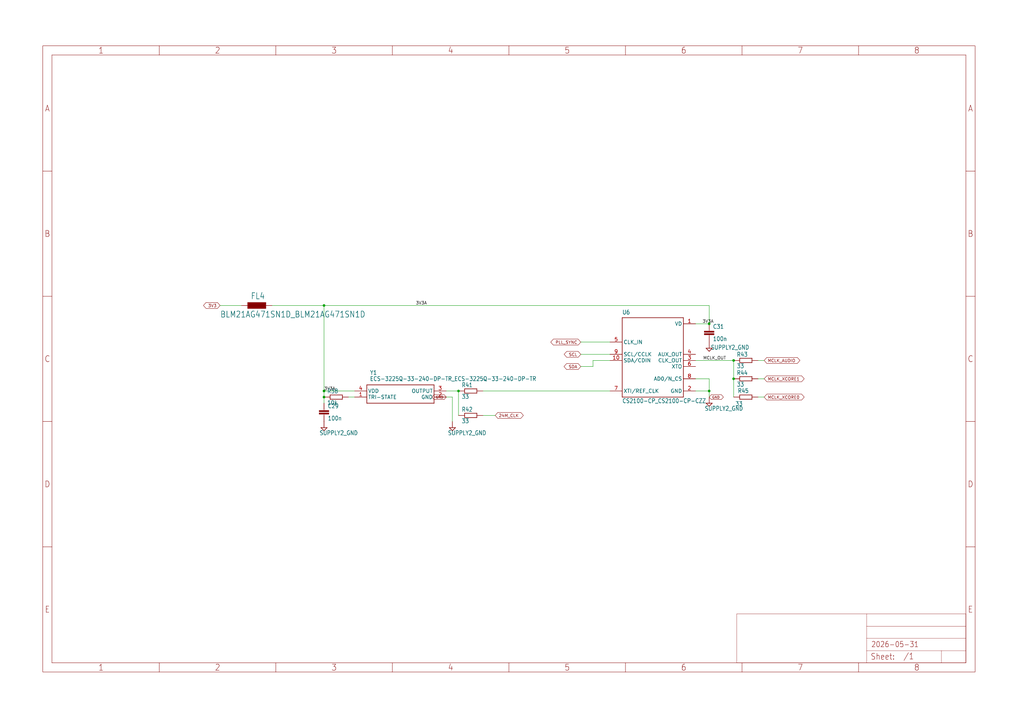
<source format=kicad_sch>
(kicad_sch (version 20250114) (generator "eeschema") (generator_version "9.0")
  (paper "User" 425.45 298.577)
  (lib_symbols
    (symbol "xmos_avb_brd_V4-eagle-import:xmos_avb_brd_V4_BLM21AG471SN1D_BLM21AG471SN1D"
      (property "Reference" "FL" (at -3.8144 2.5414 0))
      (symbol "xmos_avb_brd_V4_BLM21AG471SN1D_BLM21AG471SN1D_1_0"
        (rectangle (start -3.81 -1.27) (end 3.81 1.27) (fill (type outline)))
        (pin passive line (at -6.35 0 0) (length 2.54) (name "1") (number "1"))
        (pin passive line (at 6.35 0 180) (length 2.54) (name "2") (number "2"))
      )
    )
    (symbol "xmos_avb_brd_V4-eagle-import:xmos_avb_brd_V4_CS2100-CP_CS2100-CP-CZZ"
      (property "Reference" "U" (at -12.7 21.59 0))
      (symbol "xmos_avb_brd_V4_CS2100-CP_CS2100-CP-CZZ_1_0"
        (polyline (pts (xy -12.7 20.32) (xy 12.7 20.32)) (stroke (width 0.254)))
        (polyline (pts (xy -12.7 -12.7) (xy -12.7 20.32)) (stroke (width 0.254)))
        (polyline (pts (xy 12.7 20.32) (xy 12.7 -12.7)) (stroke (width 0.254)))
        (polyline (pts (xy 12.7 -12.7) (xy -12.7 -12.7)) (stroke (width 0.254)))
        (pin bidirectional line (at -17.78 10.16 0) (length 5.08) (name "CLK_IN") (number "5"))
        (pin bidirectional line (at -17.78 5.08 0) (length 5.08) (name "SCL/CCLK") (number "9"))
        (pin bidirectional line (at -17.78 2.54 0) (length 5.08) (name "SDA/CDIN") (number "10"))
        (pin bidirectional line (at -17.78 -10.16 0) (length 5.08) (name "XTI/REF_CLK") (number "7"))
        (pin bidirectional line (at 17.78 17.78 180) (length 5.08) (name "VD") (number "1"))
        (pin bidirectional line (at 17.78 5.08 180) (length 5.08) (name "AUX_OUT") (number "4"))
        (pin bidirectional line (at 17.78 2.54 180) (length 5.08) (name "CLK_OUT") (number "3"))
        (pin bidirectional line (at 17.78 0 180) (length 5.08) (name "XTO") (number "6"))
        (pin bidirectional line (at 17.78 -5.08 180) (length 5.08) (name "AD0/N_CS") (number "8"))
        (pin bidirectional line (at 17.78 -10.16 180) (length 5.08) (name "GND") (number "2"))
      )
    )
    (symbol "xmos_avb_brd_V4-eagle-import:xmos_avb_brd_V4_ECS-3225Q-33-240-DP-TR_ECS-3225Q-33-240-DP-TR"
      (property "Reference" "Y" (at 34.29 7.62 0))
      (symbol "xmos_avb_brd_V4_ECS-3225Q-33-240-DP-TR_ECS-3225Q-33-240-DP-TR_1_0"
        (polyline (pts (xy 5.08 2.54) (xy 5.08 -5.08)) (stroke (width 0.254)))
        (polyline (pts (xy 5.08 2.54) (xy 33.02 2.54)) (stroke (width 0.254)))
        (polyline (pts (xy 33.02 -5.08) (xy 5.08 -5.08)) (stroke (width 0.254)))
        (polyline (pts (xy 33.02 -5.08) (xy 33.02 2.54)) (stroke (width 0.254)))
        (pin bidirectional line (at 0 0 0) (length 5.08) (name "VDD") (number "4"))
        (pin bidirectional line (at 0 -2.54 0) (length 5.08) (name "TRI-STATE") (number "1"))
        (pin bidirectional line (at 38.1 0 180) (length 5.08) (name "OUTPUT") (number "3"))
        (pin bidirectional line (at 38.1 -2.54 180) (length 5.08) (name "GND") (number "2"))
      )
    )
    (symbol "xmos_avb_brd_V4-eagle-import:xmos_avb_brd_V4_FRAMES_A3L-LOC"
      (symbol "xmos_avb_brd_V4_FRAMES_A3L-LOC_1_0"
        (polyline (pts (xy 0 260.35) (xy 387.35 260.35) (xy 387.35 0) (xy 0 0) (xy 0 260.35)))
        (polyline (pts (xy 0 208.28) (xy 3.81 208.28)))
        (polyline (pts (xy 0 156.21) (xy 3.81 156.21)))
        (polyline (pts (xy 0 104.14) (xy 3.81 104.14)))
        (polyline (pts (xy 0 52.07) (xy 3.81 52.07)))
        (polyline (pts (xy 3.81 256.54) (xy 3.81 3.81)))
        (polyline (pts (xy 48.4188 260.35) (xy 48.4188 256.54)))
        (polyline (pts (xy 48.4188 3.81) (xy 48.4188 0)))
        (polyline (pts (xy 96.8375 260.35) (xy 96.8375 256.54)))
        (polyline (pts (xy 96.8375 3.81) (xy 96.8375 0)))
        (polyline (pts (xy 145.2563 260.35) (xy 145.2563 256.54)))
        (polyline (pts (xy 145.2563 3.81) (xy 145.2563 0)))
        (polyline (pts (xy 193.675 260.35) (xy 193.675 256.54)))
        (polyline (pts (xy 193.675 3.81) (xy 193.675 0)))
        (polyline (pts (xy 242.0938 260.35) (xy 242.0938 256.54)))
        (polyline (pts (xy 242.0938 3.81) (xy 242.0938 0)))
        (polyline (pts (xy 288.29 24.13) (xy 342.265 24.13)) (stroke (width 0.1016)))
        (polyline (pts (xy 288.29 3.81) (xy 288.29 24.13)) (stroke (width 0.1016)))
        (polyline (pts (xy 288.29 3.81) (xy 342.265 3.81)) (stroke (width 0.1016)))
        (polyline (pts (xy 290.5125 260.35) (xy 290.5125 256.54)))
        (polyline (pts (xy 290.5125 3.81) (xy 290.5125 0)))
        (polyline (pts (xy 338.9313 260.35) (xy 338.9313 256.54)))
        (polyline (pts (xy 338.9313 3.81) (xy 338.9313 0)))
        (polyline (pts (xy 342.265 24.13) (xy 383.54 24.13)) (stroke (width 0.1016)))
        (polyline (pts (xy 342.265 19.05) (xy 342.265 24.13)) (stroke (width 0.1016)))
        (polyline (pts (xy 342.265 19.05) (xy 383.54 19.05)) (stroke (width 0.1016)))
        (polyline (pts (xy 342.265 13.97) (xy 342.265 19.05)) (stroke (width 0.1016)))
        (polyline (pts (xy 342.265 13.97) (xy 383.54 13.97)) (stroke (width 0.1016)))
        (polyline (pts (xy 342.265 8.89) (xy 342.265 13.97)) (stroke (width 0.1016)))
        (polyline (pts (xy 342.265 8.89) (xy 342.265 3.81)) (stroke (width 0.1016)))
        (polyline (pts (xy 342.265 3.81) (xy 373.38 3.81)) (stroke (width 0.1016)))
        (polyline (pts (xy 373.38 8.89) (xy 342.265 8.89)) (stroke (width 0.1016)))
        (polyline (pts (xy 373.38 8.89) (xy 383.54 8.89)) (stroke (width 0.1016)))
        (polyline (pts (xy 373.38 3.81) (xy 373.38 8.89)) (stroke (width 0.1016)))
        (polyline (pts (xy 373.38 3.81) (xy 383.54 3.81)) (stroke (width 0.1016)))
        (polyline (pts (xy 383.54 256.54) (xy 3.81 256.54)))
        (polyline (pts (xy 383.54 256.54) (xy 383.54 3.81)))
        (polyline (pts (xy 383.54 208.28) (xy 387.35 208.28)))
        (polyline (pts (xy 383.54 156.21) (xy 387.35 156.21)))
        (polyline (pts (xy 383.54 104.14) (xy 387.35 104.14)))
        (polyline (pts (xy 383.54 52.07) (xy 387.35 52.07)))
        (polyline (pts (xy 383.54 19.05) (xy 383.54 24.13)) (stroke (width 0.1016)))
        (polyline (pts (xy 383.54 13.97) (xy 383.54 19.05)) (stroke (width 0.1016)))
        (polyline (pts (xy 383.54 8.89) (xy 383.54 13.97)) (stroke (width 0.1016)))
        (polyline (pts (xy 383.54 3.81) (xy 3.81 3.81)))
        (polyline (pts (xy 383.54 3.81) (xy 383.54 8.89)) (stroke (width 0.1016)))
        (text "A" (at 1.905 234.315 0) (effects (font (size 2.54 2.286))))
        (text "B" (at 1.905 182.245 0) (effects (font (size 2.54 2.286))))
        (text "C" (at 1.905 130.175 0) (effects (font (size 2.54 2.286))))
        (text "D" (at 1.905 78.105 0) (effects (font (size 2.54 2.286))))
        (text "E" (at 1.905 26.035 0) (effects (font (size 2.54 2.286))))
        (text "1" (at 24.2094 258.445 0) (effects (font (size 2.54 2.286))))
        (text "1" (at 24.2094 1.905 0) (effects (font (size 2.54 2.286))))
        (text "2" (at 72.6281 258.445 0) (effects (font (size 2.54 2.286))))
        (text "2" (at 72.6281 1.905 0) (effects (font (size 2.54 2.286))))
        (text "3" (at 121.0469 258.445 0) (effects (font (size 2.54 2.286))))
        (text "3" (at 121.0469 1.905 0) (effects (font (size 2.54 2.286))))
        (text "4" (at 169.4656 258.445 0) (effects (font (size 2.54 2.286))))
        (text "4" (at 169.4656 1.905 0) (effects (font (size 2.54 2.286))))
        (text "5" (at 217.8844 258.445 0) (effects (font (size 2.54 2.286))))
        (text "5" (at 217.8844 1.905 0) (effects (font (size 2.54 2.286))))
        (text "6" (at 266.3031 258.445 0) (effects (font (size 2.54 2.286))))
        (text "6" (at 266.3031 1.905 0) (effects (font (size 2.54 2.286))))
        (text "7" (at 314.7219 258.445 0) (effects (font (size 2.54 2.286))))
        (text "7" (at 314.7219 1.905 0) (effects (font (size 2.54 2.286))))
        (text "Sheet:" (at 343.916 4.953 0) (effects (font (size 2.54 2.159)) (justify left bottom)))
        (text "${PROJECTNAME}" (at 344.17 15.24 0) (effects (font (size 2.54 2.159)) (justify left bottom)))
        (text "${CURRENT_DATE}" (at 344.17 10.16 0) (effects (font (size 2.286 1.9431)) (justify left bottom)))
        (text "${#}/${##}" (at 357.505 5.08 0) (effects (font (size 2.54 2.159)) (justify left bottom)))
        (text "8" (at 363.1406 258.445 0) (effects (font (size 2.54 2.286))))
        (text "8" (at 363.1406 1.905 0) (effects (font (size 2.54 2.286))))
        (text "A" (at 385.445 234.315 0) (effects (font (size 2.54 2.286))))
        (text "B" (at 385.445 182.245 0) (effects (font (size 2.54 2.286))))
        (text "C" (at 385.445 130.175 0) (effects (font (size 2.54 2.286))))
        (text "D" (at 385.445 78.105 0) (effects (font (size 2.54 2.286))))
        (text "E" (at 385.445 26.035 0) (effects (font (size 2.54 2.286))))
      )
    )
    (symbol "xmos_avb_brd_V4-eagle-import:xmos_avb_brd_V4_RCL_C-EUC0402"
      (property "Reference" "C" (at 1.524 0.381 0))
      (symbol "xmos_avb_brd_V4_RCL_C-EUC0402_1_0"
        (rectangle (start -2.032 -1.016) (end 2.032 -0.508) (fill (type outline)))
        (rectangle (start -2.032 -2.032) (end 2.032 -1.524) (fill (type outline)))
        (polyline (pts (xy 0 0) (xy 0 -0.508)) (stroke (width 0.1524)))
        (polyline (pts (xy 0 -2.54) (xy 0 -2.032)) (stroke (width 0.1524)))
        (pin passive line (at 0 2.54 270) (length 2.54) (name "1") (number "1"))
        (pin passive line (at 0 -5.08 90) (length 2.54) (name "2") (number "2"))
      )
    )
    (symbol "xmos_avb_brd_V4-eagle-import:xmos_avb_brd_V4_RCL_R-EU_R0402"
      (property "Reference" "R" (at -3.81 1.4986 0))
      (symbol "xmos_avb_brd_V4_RCL_R-EU_R0402_1_0"
        (polyline (pts (xy -2.54 -0.889) (xy -2.54 0.889)) (stroke (width 0.254)))
        (polyline (pts (xy -2.54 -0.889) (xy 2.54 -0.889)) (stroke (width 0.254)))
        (polyline (pts (xy 2.54 0.889) (xy -2.54 0.889)) (stroke (width 0.254)))
        (polyline (pts (xy 2.54 -0.889) (xy 2.54 0.889)) (stroke (width 0.254)))
        (pin passive line (at -5.08 0 0) (length 2.54) (name "1") (number "1"))
        (pin passive line (at 5.08 0 180) (length 2.54) (name "2") (number "2"))
      )
    )
    (symbol "xmos_avb_brd_V4-eagle-import:xmos_avb_brd_V4_SUPPLY2_GND" (power)
      (symbol "xmos_avb_brd_V4_SUPPLY2_GND_1_0"
        (polyline (pts (xy -1.27 0) (xy 1.27 0)) (stroke (width 0.254)))
        (polyline (pts (xy 0 -1.27) (xy -1.27 0)) (stroke (width 0.254)))
        (polyline (pts (xy 1.27 0) (xy 0 -1.27)) (stroke (width 0.254)))
        (pin power_in line (at 0 2.54 270) (length 2.54) (name "GND") (number "1"))
      )
    )
  )
  (junction (at 190.5 162.56))
  (junction (at 304.8 149.86))
  (junction (at 294.64 134.62))
  (junction (at 134.62 165.1))
  (junction (at 134.62 162.56))
  (junction (at 294.64 162.56))
  (junction (at 134.62 127))
  (junction (at 304.8 157.48))
  (wire (pts (xy 304.8 157.48) (xy 304.8 165.1)) (stroke (width 0.1524)))
  (wire (pts (xy 185.42 165.1) (xy 187.96 165.1)) (stroke (width 0.1524)))
  (wire (pts (xy 100.33 127) (xy 91.44 127)) (stroke (width 0.1524)))
  (wire (pts (xy 147.32 165.1) (xy 144.78 165.1)) (stroke (width 0.1524)))
  (wire (pts (xy 134.62 167.64) (xy 134.62 165.1)) (stroke (width 0.1524)))
  (wire (pts (xy 200.66 172.72) (xy 205.74 172.72)) (stroke (width 0.1524)))
  (wire (pts (xy 134.62 162.56) (xy 134.62 165.1)) (stroke (width 0.1524)))
  (wire (pts (xy 314.96 149.86) (xy 317.5 149.86)) (stroke (width 0.1524)))
  (wire (pts (xy 294.64 162.56) (xy 289 162.56)) (stroke (width 0.1524)))
  (wire (pts (xy 294.64 127) (xy 134.62 127)) (stroke (width 0.1524)))
  (wire (pts (xy 304.8 149.86) (xy 289 149.86)) (stroke (width 0.1524)))
  (wire (pts (xy 294.64 165.1) (xy 294.64 162.56)) (stroke (width 0.1524)))
  (wire (pts (xy 304.8 149.86) (xy 304.8 157.48)) (stroke (width 0.1524)))
  (wire (pts (xy 187.96 165.1) (xy 187.96 175.26)) (stroke (width 0.1524)))
  (wire (pts (xy 241.3 152.4) (xy 246.38 152.4)) (stroke (width 0.1524)))
  (wire (pts (xy 134.62 127) (xy 113.03 127)) (stroke (width 0.1524)))
  (wire (pts (xy 294.64 157.48) (xy 289 157.48)) (stroke (width 0.1524)))
  (wire (pts (xy 246.38 152.4) (xy 246.38 149.86)) (stroke (width 0.1524)))
  (wire (pts (xy 190.5 162.56) (xy 190.5 172.72)) (stroke (width 0.1524)))
  (wire (pts (xy 253.44 142.24) (xy 241.3 142.24)) (stroke (width 0.1524)))
  (wire (pts (xy 317.5 157.48) (xy 314.96 157.48)) (stroke (width 0.1524)))
  (wire (pts (xy 200.66 162.56) (xy 253.44 162.56)) (stroke (width 0.1524)))
  (wire (pts (xy 294.64 157.48) (xy 294.64 162.56)) (stroke (width 0.1524)))
  (wire (pts (xy 147.32 162.56) (xy 134.62 162.56)) (stroke (width 0.1524)))
  (wire (pts (xy 314.96 165.1) (xy 317.5 165.1)) (stroke (width 0.1524)))
  (wire (pts (xy 253.44 147.32) (xy 241.3 147.32)) (stroke (width 0.1524)))
  (wire (pts (xy 185.42 162.56) (xy 190.5 162.56)) (stroke (width 0.1524)))
  (wire (pts (xy 253.44 149.86) (xy 246.38 149.86)) (stroke (width 0.1524)))
  (wire (pts (xy 289 134.62) (xy 294.64 134.62)) (stroke (width 0.1524)))
  (wire (pts (xy 134.62 162.56) (xy 134.62 127)) (stroke (width 0.1524)))
  (wire (pts (xy 294.64 134.62) (xy 294.64 127)) (stroke (width 0.1524)))
  (label "MCLK_OUT" (at 292.1 149.86 0) (effects (font (size 1.2446 1.2446))))
  (label "3V3A" (at 172.72 127 0) (effects (font (size 1.2446 1.2446))))
  (label "3V3A" (at 291.82 134.62 0) (effects (font (size 1.2446 1.2446))))
  (label "3V3A" (at 134.62 162.56 0) (effects (font (size 1.2446 1.2446))))
  (global_label "PLL_SYNC" (shape bidirectional) (at 241.3 142.24 180) (effects (font (size 1.2446 1.2446))) (property "Intersheetrefs" "${INTERSHEET_REFS}" (effects (hide yes))))
  (global_label "SCL" (shape bidirectional) (at 241.3 147.32 180) (effects (font (size 1.2446 1.2446))) (property "Intersheetrefs" "${INTERSHEET_REFS}" (effects (hide yes))))
  (global_label "SDA" (shape bidirectional) (at 241.3 152.4 180) (effects (font (size 1.2446 1.2446))) (property "Intersheetrefs" "${INTERSHEET_REFS}" (effects (hide yes))))
  (global_label "GND" (shape bidirectional) (at 185.42 165.1 180) (effects (font (size 1.016 1.016))) (property "Intersheetrefs" "${INTERSHEET_REFS}" (effects (hide yes))))
  (global_label "MCLK_XCORE1" (shape bidirectional) (at 317.5 157.48 0) (effects (font (size 1.2446 1.2446))) (property "Intersheetrefs" "${INTERSHEET_REFS}" (effects (hide yes))))
  (global_label "3V3" (shape bidirectional) (at 91.44 127 180) (effects (font (size 1.2446 1.2446))) (property "Intersheetrefs" "${INTERSHEET_REFS}" (effects (hide yes))))
  (global_label "MCLK_AUDIO" (shape bidirectional) (at 317.5 149.86 0) (effects (font (size 1.2446 1.2446))) (property "Intersheetrefs" "${INTERSHEET_REFS}" (effects (hide yes))))
  (global_label "24M_CLK" (shape bidirectional) (at 205.74 172.72 0) (effects (font (size 1.2446 1.2446))) (property "Intersheetrefs" "${INTERSHEET_REFS}" (effects (hide yes))))
  (global_label "MCLK_XCORE0" (shape bidirectional) (at 317.5 165.1 0) (effects (font (size 1.2446 1.2446))) (property "Intersheetrefs" "${INTERSHEET_REFS}" (effects (hide yes))))
  (global_label "GND" (shape bidirectional) (at 294.64 165.1 0) (effects (font (size 1.016 1.016))) (property "Intersheetrefs" "${INTERSHEET_REFS}" (effects (hide yes))))
  (symbol (lib_id "xmos_avb_brd_V4-eagle-import:xmos_avb_brd_V4_BLM21AG471SN1D_BLM21AG471SN1D") (at 106.68 127 0) (unit 1)
    (property "Reference" "FL4" (at 104.1356 124.4585 0) (effects (font (size 2.5414 2.1601)) (justify left bottom)))
    (property "Value" "BLM21AG471SN1D_BLM21AG471SN1D" (at 91.43 132.0866 0) (effects (font (size 2.5433 2.1618)) (justify left bottom)))
    (property "Footprint" "xmos_avb_brd_V4:BLM21AG471SN1D_BEADC2012X105N" (effects (hide yes)))
  )
  (symbol (lib_id "xmos_avb_brd_V4-eagle-import:xmos_avb_brd_V4_SUPPLY2_GND") (at 294.64 167.64 0) (unit 1)
    (property "Reference" "#SUPPLY42" (effects (hide yes)))
    (property "Value" "SUPPLY2_GND" (at 292.735 170.815 0) (effects (font (size 1.778 1.5113)) (justify left bottom)))
  )
  (symbol (lib_id "xmos_avb_brd_V4-eagle-import:xmos_avb_brd_V4_SUPPLY2_GND") (at 187.96 177.8 0) (unit 1)
    (property "Reference" "#SUPPLY37" (effects (hide yes)))
    (property "Value" "SUPPLY2_GND" (at 186.055 180.975 0) (effects (font (size 1.778 1.5113)) (justify left bottom)))
  )
  (symbol (lib_id "xmos_avb_brd_V4-eagle-import:xmos_avb_brd_V4_RCL_R-EU_R0402") (at 195.58 172.72 0) (unit 1)
    (property "Reference" "R42" (at 191.77 171.2214 0) (effects (font (size 1.778 1.5113)) (justify left bottom)))
    (property "Value" "33" (at 191.77 176.022 0) (effects (font (size 1.778 1.5113)) (justify left bottom)))
    (property "Footprint" "xmos_avb_brd_V4:RCL_R0402" (effects (hide yes)))
  )
  (symbol (lib_id "xmos_avb_brd_V4-eagle-import:xmos_avb_brd_V4_RCL_R-EU_R0402") (at 309.88 149.86 0) (unit 1)
    (property "Reference" "R43" (at 306.07 148.3614 0) (effects (font (size 1.778 1.5113)) (justify left bottom)))
    (property "Value" "33" (at 306.07 153.162 0) (effects (font (size 1.778 1.5113)) (justify left bottom)))
    (property "Footprint" "xmos_avb_brd_V4:RCL_R0402" (effects (hide yes)))
  )
  (symbol (lib_id "xmos_avb_brd_V4-eagle-import:xmos_avb_brd_V4_RCL_R-EU_R0402") (at 309.88 165.1 180) (unit 1)
    (property "Reference" "R45" (at 311.15 161.5186 0) (effects (font (size 1.778 1.5113)) (justify left bottom)))
    (property "Value" "33" (at 308.61 166.878 0) (effects (font (size 1.778 1.5113)) (justify left bottom)))
    (property "Footprint" "xmos_avb_brd_V4:RCL_R0402" (effects (hide yes)))
  )
  (symbol (lib_id "xmos_avb_brd_V4-eagle-import:xmos_avb_brd_V4_RCL_C-EUC0402") (at 134.62 170.18 0) (unit 1)
    (property "Reference" "C29" (at 136.144 169.799 0) (effects (font (size 1.778 1.5113)) (justify left bottom)))
    (property "Value" "100n" (at 136.144 174.879 0) (effects (font (size 1.778 1.5113)) (justify left bottom)))
    (property "Footprint" "xmos_avb_brd_V4:RCL_C0402" (effects (hide yes)))
  )
  (symbol (lib_id "xmos_avb_brd_V4-eagle-import:xmos_avb_brd_V4_RCL_R-EU_R0402") (at 195.58 162.56 0) (unit 1)
    (property "Reference" "R41" (at 191.77 161.0614 0) (effects (font (size 1.778 1.5113)) (justify left bottom)))
    (property "Value" "33" (at 191.77 165.862 0) (effects (font (size 1.778 1.5113)) (justify left bottom)))
    (property "Footprint" "xmos_avb_brd_V4:RCL_R0402" (effects (hide yes)))
  )
  (symbol (lib_id "xmos_avb_brd_V4-eagle-import:xmos_avb_brd_V4_SUPPLY2_GND") (at 134.62 177.8 0) (unit 1)
    (property "Reference" "#SUPPLY36" (effects (hide yes)))
    (property "Value" "SUPPLY2_GND" (at 132.715 180.975 0) (effects (font (size 1.778 1.5113)) (justify left bottom)))
  )
  (symbol (lib_id "xmos_avb_brd_V4-eagle-import:xmos_avb_brd_V4_FRAMES_A3L-LOC") (at 17.78 279.4 0) (unit 1)
    (property "Reference" "#FRAME4" (effects (hide yes)))
    (property "Value" "FRAMES_A3L-LOC" (effects (hide yes)))
  )
  (symbol (lib_id "xmos_avb_brd_V4-eagle-import:xmos_avb_brd_V4_SUPPLY2_GND") (at 294.64 144.78 0) (unit 1)
    (property "Reference" "#SUPPLY40" (effects (hide yes)))
    (property "Value" "SUPPLY2_GND" (at 295.275 145.415 0) (effects (font (size 1.778 1.5113)) (justify left bottom)))
  )
  (symbol (lib_id "xmos_avb_brd_V4-eagle-import:xmos_avb_brd_V4_RCL_C-EUC0402") (at 294.64 137.16 0) (unit 1)
    (property "Reference" "C31" (at 296.164 136.779 0) (effects (font (size 1.778 1.5113)) (justify left bottom)))
    (property "Value" "100n" (at 296.164 141.859 0) (effects (font (size 1.778 1.5113)) (justify left bottom)))
    (property "Footprint" "xmos_avb_brd_V4:RCL_C0402" (effects (hide yes)))
  )
  (symbol (lib_id "xmos_avb_brd_V4-eagle-import:xmos_avb_brd_V4_CS2100-CP_CS2100-CP-CZZ") (at 271.22 152.4 0) (unit 1)
    (property "Reference" "U6" (at 258.52 130.81 0) (effects (font (size 1.778 1.5113)) (justify left bottom)))
    (property "Value" "CS2100-CP_CS2100-CP-CZZ" (at 258.52 167.64 0) (effects (font (size 1.778 1.5113)) (justify left bottom)))
    (property "Footprint" "xmos_avb_brd_V4:CS2100-CP_CIRRUS-LOGIC_MSOP10" (effects (hide yes)))
  )
  (symbol (lib_id "xmos_avb_brd_V4-eagle-import:xmos_avb_brd_V4_RCL_R-EU_R0402") (at 139.7 165.1 0) (unit 1)
    (property "Reference" "R38" (at 135.89 163.6014 0) (effects (font (size 1.778 1.5113)) (justify left bottom)))
    (property "Value" "10k" (at 135.89 168.402 0) (effects (font (size 1.778 1.5113)) (justify left bottom)))
    (property "Footprint" "xmos_avb_brd_V4:RCL_R0402" (effects (hide yes)))
  )
  (symbol (lib_id "xmos_avb_brd_V4-eagle-import:xmos_avb_brd_V4_RCL_R-EU_R0402") (at 309.88 157.48 0) (unit 1)
    (property "Reference" "R44" (at 306.07 155.9814 0) (effects (font (size 1.778 1.5113)) (justify left bottom)))
    (property "Value" "33" (at 306.07 160.782 0) (effects (font (size 1.778 1.5113)) (justify left bottom)))
    (property "Footprint" "xmos_avb_brd_V4:RCL_R0402" (effects (hide yes)))
  )
  (symbol (lib_id "xmos_avb_brd_V4-eagle-import:xmos_avb_brd_V4_ECS-3225Q-33-240-DP-TR_ECS-3225Q-33-240-DP-TR") (at 147.32 162.56 0) (unit 1)
    (property "Reference" "Y1" (at 153.67 154.94 0) (effects (font (size 1.778 1.5113)) (justify left)))
    (property "Value" "ECS-3225Q-33-240-DP-TR_ECS-3225Q-33-240-DP-TR" (at 153.67 157.48 0) (effects (font (size 1.778 1.5113)) (justify left)))
    (property "Footprint" "xmos_avb_brd_V4:ECS-3225Q-33-240-DP-TR_ECS3225Q33240DPTR" (effects (hide yes)))
  )
)
</source>
